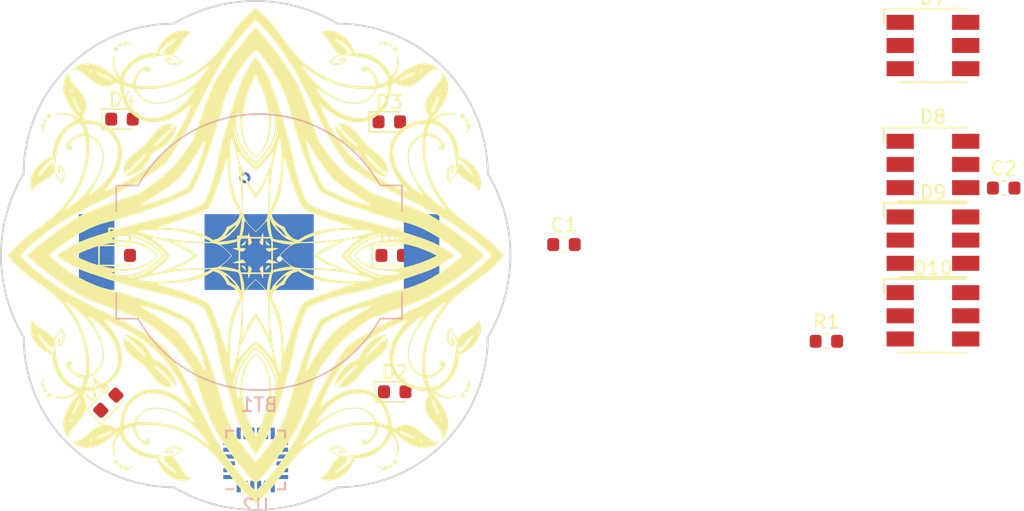
<source format=kicad_pcb>
(kicad_pcb (version 20171130) (host pcbnew "(5.0.0)")
  (layers (0 F.Cu signal) (31 B.Cu signal) (34 B.Paste user hide) (35 F.Paste user) (36 B.SilkS user hide) (37 F.SilkS user) (38 B.Mask user hide) (39 F.Mask user) (44 Edge.Cuts user))
  (net 0 "")
  (net 1 "Net-(BT1-Pad2)")
  (net 2 "Net-(BT1-Pad1)")
  (net 3 +3V3)
  (net 4 GND)
  (net 5 /LEAF1)
  (net 6 /LEAF2)
  (net 7 /LEAF3)
  (net 8 /LEAF4)
  (net 9 /BACKLED1)
  (net 10 /BACKLED2)
  (net 11 /C1B)
  (net 12 /C1G)
  (net 13 /C1R)
  (net 14 /C2R)
  (net 15 /C2G)
  (net 16 /C2B)
  (net 17 /C3R)
  (net 18 /C3G)
  (net 19 /C3B)
  (net 20 /C4G)
  (net 21 /C4B)
  (net 22 /C4R)
  (net 23 "Net-(R1-Pad1)")
  (net 24 "Net-(U1-PadD4)")
  (net 25 "Net-(U1-PadC4)")
  (net 26 "Net-(U1-PadB4)")
  (net 27 "Net-(U1-PadA4)")
  (net 28 "Net-(U1-PadD3)")
  (net 29 "Net-(U1-PadC3)")
  (net 30 "Net-(U1-PadB3)")
  (net 31 "Net-(U1-PadA3)")
  (net 32 "Net-(U1-PadD2)")
  (net 33 "Net-(U1-PadC2)")
  (net 34 "Net-(U1-PadB2)")
  (net 35 "Net-(U1-PadA2)")
  (net 36 "Net-(U1-PadD1)")
  (net 37 "Net-(U1-PadC1)")
  (net 38 "Net-(U1-PadB1)")
  (net 39 "Net-(U1-PadA1)")
  (net 40 "Net-(U2-Pad5)")
  (net 41 "Net-(U2-Pad6)")
  (net 42 "Net-(U2-Pad24)")
  (module Week-Theflower:Frontsilk (layer F.Cu) (at 157 96)
    (fp_text reference G*** hide)
    (fp_text value LOGO hide)
  )
  (module Battery:BatteryHolder_MPD_BC2003_1x2032 (layer B.Cu) (at 157.25 95.75)
    (fp_text reference BT1 (at 0 11.2) (layer B.SilkS) (effects (justify mirror)))
    (fp_text value Battery_Cell)
    (pad 2 smd rect (at 0 0) (size 8 5.56) (layers B.Cu B.Paste B.Mask) (net 1 "Net-(BT1-Pad2)"))
    (pad 1 smd rect (at 11.905 0) (size 2.6 5.56) (layers B.Cu B.Paste B.Mask) (net 2 "Net-(BT1-Pad1)"))
    (pad 1 smd rect (at -11.905 0) (size 2.6 5.56) (layers B.Cu B.Paste B.Mask) (net 2 "Net-(BT1-Pad1)"))
  )
  (module Capacitor_SMD:C_0603_1608Metric (layer F.Cu) (at 179.5875 95.2)
    (fp_text reference C1 (at 0 -1.43) (layer F.SilkS))
    (fp_text value 1uF)
    (pad 1 smd roundrect (at -0.7875 0) (size 0.875 0.95) (layers F.Cu F.Paste F.Mask) (net 3 +3V3))
    (pad 2 smd roundrect (at 0.7875 0) (size 0.875 0.95) (layers F.Cu F.Paste F.Mask) (net 4 GND))
  )
  (module Capacitor_SMD:C_0603_1608Metric (layer F.Cu) (at 211.805001 91.055001)
    (fp_text reference C2 (at 0 -1.43) (layer F.SilkS))
    (fp_text value 100nF)
    (pad 2 smd roundrect (at 0.7875 0) (size 0.875 0.95) (layers F.Cu F.Paste F.Mask) (net 3 +3V3))
    (pad 1 smd roundrect (at -0.7875 0) (size 0.875 0.95) (layers F.Cu F.Paste F.Mask) (net 4 GND))
  )
  (module LED_SMD:LED_0603_1608Metric (layer F.Cu) (at 146.2 106.8 45)
    (fp_text reference D1 (at 0 -1.43 45) (layer F.SilkS))
    (fp_text value LED)
    (pad 1 smd roundrect (at -0.7875 0 45) (size 0.875 0.95) (layers F.Cu F.Paste F.Mask) (net 5 /LEAF1))
    (pad 2 smd roundrect (at 0.7875 0 45) (size 0.875 0.95) (layers F.Cu F.Paste F.Mask) (net 3 +3V3))
  )
  (module LED_SMD:LED_0603_1608Metric (layer F.Cu) (at 167.1875 106)
    (fp_text reference D2 (at 0 -1.43) (layer F.SilkS))
    (fp_text value LED)
    (pad 2 smd roundrect (at 0.7875 0) (size 0.875 0.95) (layers F.Cu F.Paste F.Mask) (net 3 +3V3))
    (pad 1 smd roundrect (at -0.7875 0) (size 0.875 0.95) (layers F.Cu F.Paste F.Mask) (net 6 /LEAF2))
  )
  (module LED_SMD:LED_0603_1608Metric (layer F.Cu) (at 166.7875 86.2)
    (fp_text reference D3 (at 0 -1.43) (layer F.SilkS))
    (fp_text value LED)
    (pad 1 smd roundrect (at -0.7875 0) (size 0.875 0.95) (layers F.Cu F.Paste F.Mask) (net 7 /LEAF3))
    (pad 2 smd roundrect (at 0.7875 0) (size 0.875 0.95) (layers F.Cu F.Paste F.Mask) (net 3 +3V3))
  )
  (module LED_SMD:LED_0603_1608Metric (layer F.Cu) (at 147.2 86)
    (fp_text reference D4 (at 0 -1.43) (layer F.SilkS))
    (fp_text value LED)
    (pad 2 smd roundrect (at 0.7875 0) (size 0.875 0.95) (layers F.Cu F.Paste F.Mask) (net 3 +3V3))
    (pad 1 smd roundrect (at -0.7875 0) (size 0.875 0.95) (layers F.Cu F.Paste F.Mask) (net 8 /LEAF4))
  )
  (module LED_SMD:LED_0603_1608Metric (layer F.Cu) (at 147 96)
    (fp_text reference D5 (at 0 -1.43) (layer F.SilkS))
    (fp_text value LED)
    (pad 2 smd roundrect (at 0.7875 0) (size 0.875 0.95) (layers F.Cu F.Paste F.Mask) (net 3 +3V3))
    (pad 1 smd roundrect (at -0.7875 0) (size 0.875 0.95) (layers F.Cu F.Paste F.Mask) (net 9 /BACKLED1))
  )
  (module LED_SMD:LED_0603_1608Metric (layer F.Cu) (at 167 96)
    (fp_text reference D6 (at 0 -1.43) (layer F.SilkS))
    (fp_text value LED)
    (pad 1 smd roundrect (at -0.7875 0) (size 0.875 0.95) (layers F.Cu F.Paste F.Mask) (net 10 /BACKLED2))
    (pad 2 smd roundrect (at 0.7875 0) (size 0.875 0.95) (layers F.Cu F.Paste F.Mask) (net 3 +3V3))
  )
  (module LED_SMD:LED_RGB_5050-6 (layer F.Cu) (at 206.625001 80.6)
    (fp_text reference D7 (at 0 -3.5 180) (layer F.SilkS))
    (fp_text value LED_RGB)
    (pad 6 smd rect (at 2.4 -1.7 90) (size 1.1 2) (layers F.Cu F.Paste F.Mask) (net 3 +3V3))
    (pad 5 smd rect (at 2.4 0 90) (size 1.1 2) (layers F.Cu F.Paste F.Mask) (net 3 +3V3))
    (pad 4 smd rect (at 2.4 1.7 90) (size 1.1 2) (layers F.Cu F.Paste F.Mask) (net 3 +3V3))
    (pad 3 smd rect (at -2.4 1.7 90) (size 1.1 2) (layers F.Cu F.Paste F.Mask) (net 11 /C1B))
    (pad 2 smd rect (at -2.4 0 90) (size 1.1 2) (layers F.Cu F.Paste F.Mask) (net 12 /C1G))
    (pad 1 smd rect (at -2.4 -1.7 90) (size 1.1 2) (layers F.Cu F.Paste F.Mask) (net 13 /C1R))
  )
  (module LED_SMD:LED_RGB_5050-6 (layer F.Cu) (at 206.625001 89.325001)
    (fp_text reference D8 (at 0 -3.5 180) (layer F.SilkS))
    (fp_text value LED_RGB)
    (pad 1 smd rect (at -2.4 -1.7 90) (size 1.1 2) (layers F.Cu F.Paste F.Mask) (net 14 /C2R))
    (pad 2 smd rect (at -2.4 0 90) (size 1.1 2) (layers F.Cu F.Paste F.Mask) (net 15 /C2G))
    (pad 3 smd rect (at -2.4 1.7 90) (size 1.1 2) (layers F.Cu F.Paste F.Mask) (net 16 /C2B))
    (pad 4 smd rect (at 2.4 1.7 90) (size 1.1 2) (layers F.Cu F.Paste F.Mask) (net 3 +3V3))
    (pad 5 smd rect (at 2.4 0 90) (size 1.1 2) (layers F.Cu F.Paste F.Mask) (net 3 +3V3))
    (pad 6 smd rect (at 2.4 -1.7 90) (size 1.1 2) (layers F.Cu F.Paste F.Mask) (net 3 +3V3))
  )
  (module LED_SMD:LED_RGB_5050-6 (layer F.Cu) (at 206.625001 94.875001)
    (fp_text reference D9 (at 0 -3.5 180) (layer F.SilkS))
    (fp_text value LED_RGB)
    (pad 1 smd rect (at -2.4 -1.7 90) (size 1.1 2) (layers F.Cu F.Paste F.Mask) (net 17 /C3R))
    (pad 2 smd rect (at -2.4 0 90) (size 1.1 2) (layers F.Cu F.Paste F.Mask) (net 18 /C3G))
    (pad 3 smd rect (at -2.4 1.7 90) (size 1.1 2) (layers F.Cu F.Paste F.Mask) (net 19 /C3B))
    (pad 4 smd rect (at 2.4 1.7 90) (size 1.1 2) (layers F.Cu F.Paste F.Mask) (net 3 +3V3))
    (pad 5 smd rect (at 2.4 0 90) (size 1.1 2) (layers F.Cu F.Paste F.Mask) (net 3 +3V3))
    (pad 6 smd rect (at 2.4 -1.7 90) (size 1.1 2) (layers F.Cu F.Paste F.Mask) (net 3 +3V3))
  )
  (module LED_SMD:LED_RGB_5050-6 (layer F.Cu) (at 206.625001 100.425001)
    (fp_text reference D10 (at 0 -3.5 180) (layer F.SilkS))
    (fp_text value LED_RGB)
    (pad 6 smd rect (at 2.4 -1.7 90) (size 1.1 2) (layers F.Cu F.Paste F.Mask) (net 3 +3V3))
    (pad 5 smd rect (at 2.4 0 90) (size 1.1 2) (layers F.Cu F.Paste F.Mask) (net 3 +3V3))
    (pad 4 smd rect (at 2.4 1.7 90) (size 1.1 2) (layers F.Cu F.Paste F.Mask) (net 3 +3V3))
    (pad 3 smd rect (at -2.4 1.7 90) (size 1.1 2) (layers F.Cu F.Paste F.Mask) (net 20 /C4G))
    (pad 2 smd rect (at -2.4 0 90) (size 1.1 2) (layers F.Cu F.Paste F.Mask) (net 21 /C4B))
    (pad 1 smd rect (at -2.4 -1.7 90) (size 1.1 2) (layers F.Cu F.Paste F.Mask) (net 22 /C4R))
  )
  (module Resistor_SMD:R_0603_1608Metric (layer F.Cu) (at 198.815001 102.295001)
    (fp_text reference R1 (at 0 -1.43) (layer F.SilkS))
    (fp_text value 3k3)
    (pad 1 smd roundrect (at -0.7875 0) (size 0.875 0.95) (layers F.Cu F.Paste F.Mask) (net 23 "Net-(R1-Pad1)"))
    (pad 2 smd roundrect (at 0.7875 0) (size 0.875 0.95) (layers F.Cu F.Paste F.Mask) (net 4 GND))
  )
  (module Package_CSP:WLCSP-16_4x4_B2.17x2.32mm_P0.5mm (layer F.Cu) (at 157 96)
    (fp_text reference U1 hide)
    (fp_text value LPC1104UK hide)
    (pad D4 smd circle (at 0.75 0.75) (size 0.28 0.28) (layers F.Cu F.Paste F.Mask) (net 24 "Net-(U1-PadD4)"))
    (pad C4 smd circle (at 0.75 0.25) (size 0.28 0.28) (layers F.Cu F.Paste F.Mask) (net 25 "Net-(U1-PadC4)"))
    (pad B4 smd circle (at 0.75 -0.25) (size 0.28 0.28) (layers F.Cu F.Paste F.Mask) (net 26 "Net-(U1-PadB4)"))
    (pad A4 smd circle (at 0.75 -0.75) (size 0.28 0.28) (layers F.Cu F.Paste F.Mask) (net 27 "Net-(U1-PadA4)"))
    (pad D3 smd circle (at 0.25 0.75) (size 0.28 0.28) (layers F.Cu F.Paste F.Mask) (net 28 "Net-(U1-PadD3)"))
    (pad C3 smd circle (at 0.25 0.25) (size 0.28 0.28) (layers F.Cu F.Paste F.Mask) (net 29 "Net-(U1-PadC3)"))
    (pad B3 smd circle (at 0.25 -0.25) (size 0.28 0.28) (layers F.Cu F.Paste F.Mask) (net 30 "Net-(U1-PadB3)"))
    (pad A3 smd circle (at 0.25 -0.75) (size 0.28 0.28) (layers F.Cu F.Paste F.Mask) (net 31 "Net-(U1-PadA3)"))
    (pad D2 smd circle (at -0.25 0.75) (size 0.28 0.28) (layers F.Cu F.Paste F.Mask) (net 32 "Net-(U1-PadD2)"))
    (pad C2 smd circle (at -0.25 0.25) (size 0.28 0.28) (layers F.Cu F.Paste F.Mask) (net 33 "Net-(U1-PadC2)"))
    (pad B2 smd circle (at -0.25 -0.25) (size 0.28 0.28) (layers F.Cu F.Paste F.Mask) (net 34 "Net-(U1-PadB2)"))
    (pad A2 smd circle (at -0.25 -0.75) (size 0.28 0.28) (layers F.Cu F.Paste F.Mask) (net 35 "Net-(U1-PadA2)"))
    (pad D1 smd circle (at -0.75 0.75) (size 0.28 0.28) (layers F.Cu F.Paste F.Mask) (net 36 "Net-(U1-PadD1)"))
    (pad C1 smd circle (at -0.75 0.25) (size 0.28 0.28) (layers F.Cu F.Paste F.Mask) (net 37 "Net-(U1-PadC1)"))
    (pad B1 smd circle (at -0.75 -0.25) (size 0.28 0.28) (layers F.Cu F.Paste F.Mask) (net 38 "Net-(U1-PadB1)"))
    (pad A1 smd circle (at -0.75 -0.75) (size 0.28 0.28) (layers F.Cu F.Paste F.Mask) (net 39 "Net-(U1-PadA1)"))
  )
  (module Package_DFN_QFN:QFN-24_4x4mm_P0.5mm (layer B.Cu) (at 157 111)
    (fp_text reference U2 (at 0 3.375) (layer B.SilkS) (effects (justify mirror)))
    (fp_text value SN3218)
    (pad 1 smd rect (at -1.95 1.25) (size 0.85 0.3) (layers B.Cu B.Paste B.Mask) (net 21 /C4B))
    (pad 2 smd rect (at -1.95 0.75) (size 0.85 0.3) (layers B.Cu B.Paste B.Mask) (net 23 "Net-(R1-Pad1)"))
    (pad 3 smd rect (at -1.95 0.25) (size 0.85 0.3) (layers B.Cu B.Paste B.Mask) (net 3 +3V3))
    (pad 4 smd rect (at -1.95 -0.25) (size 0.85 0.3) (layers B.Cu B.Paste B.Mask) (net 4 GND))
    (pad 5 smd rect (at -1.95 -0.75) (size 0.85 0.3) (layers B.Cu B.Paste B.Mask) (net 40 "Net-(U2-Pad5)"))
    (pad 6 smd rect (at -1.95 -1.25) (size 0.85 0.3) (layers B.Cu B.Paste B.Mask) (net 41 "Net-(U2-Pad6)"))
    (pad 7 smd rect (at -1.25 -1.95 270) (size 0.85 0.3) (layers B.Cu B.Paste B.Mask) (net 5 /LEAF1))
    (pad 8 smd rect (at -0.75 -1.95 270) (size 0.85 0.3) (layers B.Cu B.Paste B.Mask) (net 13 /C1R))
    (pad 9 smd rect (at -0.25 -1.95 270) (size 0.85 0.3) (layers B.Cu B.Paste B.Mask) (net 12 /C1G))
    (pad 10 smd rect (at 0.25 -1.95 270) (size 0.85 0.3) (layers B.Cu B.Paste B.Mask) (net 11 /C1B))
    (pad 11 smd rect (at 0.75 -1.95 270) (size 0.85 0.3) (layers B.Cu B.Paste B.Mask) (net 9 /BACKLED1))
    (pad 12 smd rect (at 1.25 -1.95 270) (size 0.85 0.3) (layers B.Cu B.Paste B.Mask) (net 6 /LEAF2))
    (pad 13 smd rect (at 1.95 -1.25) (size 0.85 0.3) (layers B.Cu B.Paste B.Mask) (net 14 /C2R))
    (pad 14 smd rect (at 1.95 -0.75) (size 0.85 0.3) (layers B.Cu B.Paste B.Mask) (net 15 /C2G))
    (pad 15 smd rect (at 1.95 -0.25) (size 0.85 0.3) (layers B.Cu B.Paste B.Mask) (net 16 /C2B))
    (pad 16 smd rect (at 1.95 0.25) (size 0.85 0.3) (layers B.Cu B.Paste B.Mask) (net 10 /BACKLED2))
    (pad 17 smd rect (at 1.95 0.75) (size 0.85 0.3) (layers B.Cu B.Paste B.Mask) (net 7 /LEAF3))
    (pad 18 smd rect (at 1.95 1.25) (size 0.85 0.3) (layers B.Cu B.Paste B.Mask) (net 17 /C3R))
    (pad 19 smd rect (at 1.25 1.95 270) (size 0.85 0.3) (layers B.Cu B.Paste B.Mask) (net 18 /C3G))
    (pad 20 smd rect (at 0.75 1.95 270) (size 0.85 0.3) (layers B.Cu B.Paste B.Mask) (net 19 /C3B))
    (pad 21 smd rect (at 0.25 1.95 270) (size 0.85 0.3) (layers B.Cu B.Paste B.Mask) (net 8 /LEAF4))
    (pad 22 smd rect (at -0.25 1.95 270) (size 0.85 0.3) (layers B.Cu B.Paste B.Mask) (net 22 /C4R))
    (pad 23 smd rect (at -0.75 1.95 270) (size 0.85 0.3) (layers B.Cu B.Paste B.Mask) (net 20 /C4G))
    (pad 24 smd rect (at -1.25 1.95 270) (size 0.85 0.3) (layers B.Cu B.Paste B.Mask) (net 42 "Net-(U2-Pad24)"))
  )
  (gr_arc (start 157 103) (end 151.000001 112.999999) (angle -61.92751306) (layer Edge.Cuts) (width 0.15))
  (gr_arc (start 157 89) (end 162.999999 79.000001) (angle -61.92751306) (layer Edge.Cuts) (width 0.15))
  (gr_arc (start 164 96) (end 173.999999 101.999999) (angle -61.92751306) (layer Edge.Cuts) (width 0.15))
  (gr_arc (start 150 96) (end 140.000001 90.000001) (angle -61.92751306) (layer Edge.Cuts) (width 0.15))
  (gr_arc (start 163 102) (end 163 113) (angle -90) (layer Edge.Cuts) (width 0.15))
  (gr_arc (start 151 102) (end 140 102) (angle -90) (layer Edge.Cuts) (width 0.15))
  (gr_arc (start 151 90) (end 151 79) (angle -90) (layer Edge.Cuts) (width 0.15))
  (gr_arc (start 163 90) (end 174 90) (angle -90) (layer Edge.Cuts) (width 0.15))
  (via (at 156.21 90.297) (size 0.8) (drill 0.4) (layers F.Cu B.Cu) (net 1))
  (via (at 158.75 96.266) (size 0.8) (drill 0.4) (layers F.Cu B.Cu) (net 1))
)
</source>
